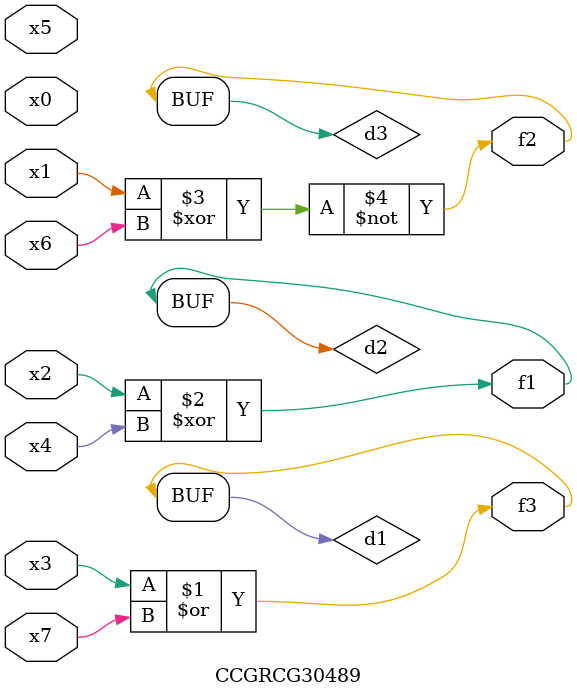
<source format=v>
module CCGRCG30489(
	input x0, x1, x2, x3, x4, x5, x6, x7,
	output f1, f2, f3
);

	wire d1, d2, d3;

	or (d1, x3, x7);
	xor (d2, x2, x4);
	xnor (d3, x1, x6);
	assign f1 = d2;
	assign f2 = d3;
	assign f3 = d1;
endmodule

</source>
